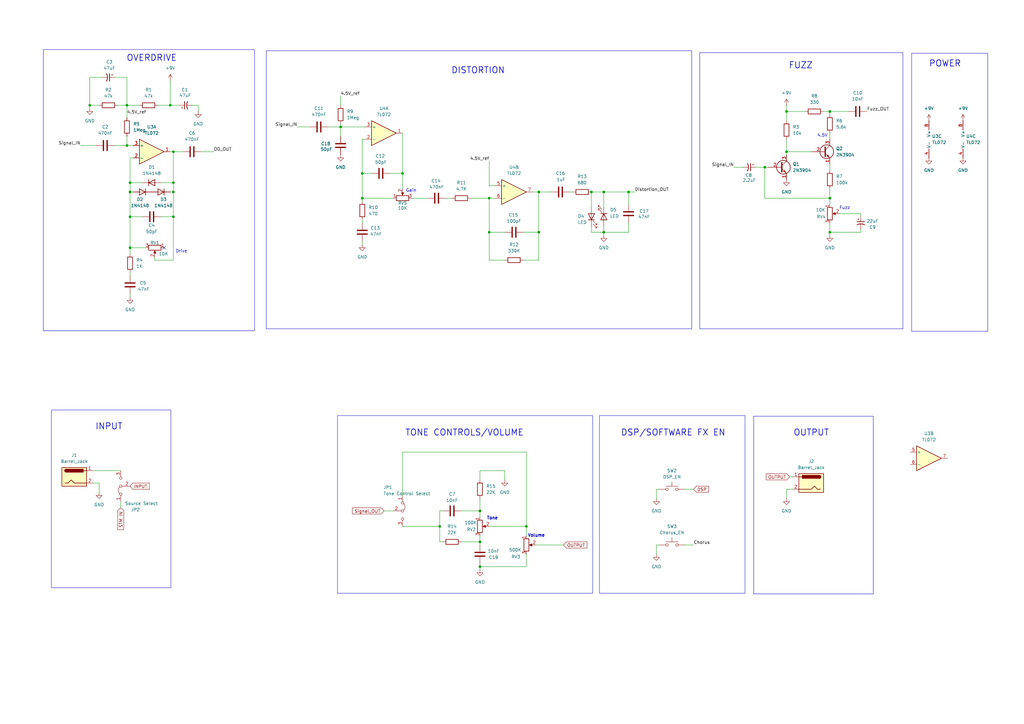
<source format=kicad_sch>
(kicad_sch (version 20231120) (generator "eeschema") (generator_version "8.0")
  (paper "A3")
  (lib_symbols
    (symbol "Amplifier_Operational:TL072" (pin_names (offset 0.127))
      (property "Reference" "U" (at 0 5.08 0))
      (property "Value" "TL072" (at 0 -5.08 0))
      (symbol "TL072_1_1"
        (polyline (pts (xy -5.08 5.08) (xy 5.08 0) (xy -5.08 -5.08) (xy -5.08 5.08)) (stroke (width 0.254)) (fill (type background)))
        (pin output line (at 7.62 0 180) (length 2.54) (name "~") (number "1"))
        (pin input line (at -7.62 -2.54 0) (length 2.54) (name "-") (number "2"))
        (pin input line (at -7.62 2.54 0) (length 2.54) (name "+") (number "3"))
      )
      (symbol "TL072_2_1"
        (polyline (pts (xy -5.08 5.08) (xy 5.08 0) (xy -5.08 -5.08) (xy -5.08 5.08)) (stroke (width 0.254)) (fill (type background)))
        (pin input line (at -7.62 2.54 0) (length 2.54) (name "+") (number "5"))
        (pin input line (at -7.62 -2.54 0) (length 2.54) (name "-") (number "6"))
        (pin output line (at 7.62 0 180) (length 2.54) (name "~") (number "7"))
      )
      (symbol "TL072_3_1"
        (pin power_in line (at -2.54 -7.62 90) (length 3.81) (name "V-") (number "4"))
        (pin power_in line (at -2.54 7.62 270) (length 3.81) (name "V+") (number "8"))
      )
    )
    (symbol "Connector:Barrel_Jack" (pin_names (offset 1.016))
      (property "Reference" "J" (at 0 5.334 0))
      (property "Value" "Barrel_Jack" (at 0 -5.08 0))
      (symbol "Barrel_Jack_0_1"
        (rectangle (start -5.08 3.81) (end 5.08 -3.81) (stroke (width 0.254)) (fill (type background)))
        (arc (start -3.302 3.175) (mid -3.9343 2.54) (end -3.302 1.905) (stroke (width 0.254)))
        (arc (start -3.302 3.175) (mid -3.9343 2.54) (end -3.302 1.905) (stroke (width 0.254)) (fill (type outline)))
        (polyline (pts (xy 5.08 2.54) (xy 3.81 2.54)) (stroke (width 0.254)))
        (polyline (pts (xy -3.81 -2.54) (xy -2.54 -2.54) (xy -1.27 -1.27) (xy 0 -2.54) (xy 2.54 -2.54) (xy 5.08 -2.54)) (stroke (width 0.254)))
        (rectangle (start 3.683 3.175) (end -3.302 1.905) (stroke (width 0.254)) (fill (type outline)))
      )
      (symbol "Barrel_Jack_1_1"
        (pin passive line (at 7.62 2.54 180) (length 2.54) (name "~") (number "1"))
        (pin passive line (at 7.62 -2.54 180) (length 2.54) (name "~") (number "2"))
      )
    )
    (symbol "Device:C" (pin_numbers hide) (pin_names (offset 0.254))
      (property "Reference" "C" (at 0.635 2.54 0))
      (property "Value" "C" (at 0.635 -2.54 0))
      (symbol "C_0_1"
        (polyline (pts (xy -2.032 -0.762) (xy 2.032 -0.762)) (stroke (width 0.508)))
        (polyline (pts (xy -2.032 0.762) (xy 2.032 0.762)) (stroke (width 0.508)))
      )
      (symbol "C_1_1"
        (pin passive line (at 0 3.81 270) (length 2.794) (name "~") (number "1"))
        (pin passive line (at 0 -3.81 90) (length 2.794) (name "~") (number "2"))
      )
    )
    (symbol "Device:C_Polarized_Small_US" (pin_numbers hide) (pin_names (offset 0.254) hide)
      (property "Reference" "C" (at 0.254 1.778 0))
      (property "Value" "C_Polarized_Small_US" (at 0.254 -2.032 0))
      (symbol "C_Polarized_Small_US_0_1"
        (polyline (pts (xy -1.524 0.508) (xy 1.524 0.508)) (stroke (width 0.3048)))
        (polyline (pts (xy -1.27 1.524) (xy -0.762 1.524)))
        (polyline (pts (xy -1.016 1.27) (xy -1.016 1.778)))
        (arc (start 1.524 -0.762) (mid 0 -0.3734) (end -1.524 -0.762) (stroke (width 0.3048)))
      )
      (symbol "C_Polarized_Small_US_1_1"
        (pin passive line (at 0 2.54 270) (length 2.032) (name "~") (number "1"))
        (pin passive line (at 0 -2.54 90) (length 2.032) (name "~") (number "2"))
      )
    )
    (symbol "Device:LED" (pin_numbers hide) (pin_names (offset 1.016) hide)
      (property "Reference" "D" (at 0 2.54 0))
      (property "Value" "LED" (at 0 -2.54 0))
      (symbol "LED_0_1"
        (polyline (pts (xy -1.27 -1.27) (xy -1.27 1.27)) (stroke (width 0.254)))
        (polyline (pts (xy -1.27 0) (xy 1.27 0)))
        (polyline (pts (xy 1.27 -1.27) (xy 1.27 1.27) (xy -1.27 0) (xy 1.27 -1.27)) (stroke (width 0.254)))
        (polyline (pts (xy -3.048 -0.762) (xy -4.572 -2.286) (xy -3.81 -2.286) (xy -4.572 -2.286) (xy -4.572 -1.524)))
        (polyline (pts (xy -1.778 -0.762) (xy -3.302 -2.286) (xy -2.54 -2.286) (xy -3.302 -2.286) (xy -3.302 -1.524)))
      )
      (symbol "LED_1_1"
        (pin passive line (at -3.81 0 0) (length 2.54) (name "K") (number "1"))
        (pin passive line (at 3.81 0 180) (length 2.54) (name "A") (number "2"))
      )
    )
    (symbol "Device:R" (pin_numbers hide) (pin_names (offset 0))
      (property "Reference" "R" (at 2.032 0 90))
      (property "Value" "R" (at 0 0 90))
      (symbol "R_0_1"
        (rectangle (start -1.016 -2.54) (end 1.016 2.54) (stroke (width 0.254)))
      )
      (symbol "R_1_1"
        (pin passive line (at 0 3.81 270) (length 1.27) (name "~") (number "1"))
        (pin passive line (at 0 -3.81 90) (length 1.27) (name "~") (number "2"))
      )
    )
    (symbol "Device:R_Potentiometer" (pin_names (offset 1.016) hide)
      (property "Reference" "RV" (at -4.445 0 90))
      (property "Value" "R_Potentiometer" (at -2.54 0 90))
      (symbol "R_Potentiometer_0_1"
        (polyline (pts (xy 2.54 0) (xy 1.524 0)))
        (polyline (pts (xy 1.143 0) (xy 2.286 0.508) (xy 2.286 -0.508) (xy 1.143 0)) (fill (type outline)))
        (rectangle (start 1.016 2.54) (end -1.016 -2.54) (stroke (width 0.254)))
      )
      (symbol "R_Potentiometer_1_1"
        (pin passive line (at 0 3.81 270) (length 1.27) (name "1") (number "1"))
        (pin passive line (at 3.81 0 180) (length 1.27) (name "2") (number "2"))
        (pin passive line (at 0 -3.81 90) (length 1.27) (name "3") (number "3"))
      )
    )
    (symbol "Diode:1N4148" (pin_numbers hide) (pin_names hide)
      (property "Reference" "D" (at 0 2.54 0))
      (property "Value" "1N4148" (at 0 -2.54 0))
      (symbol "1N4148_0_1"
        (polyline (pts (xy -1.27 1.27) (xy -1.27 -1.27)) (stroke (width 0.254)))
        (polyline (pts (xy 1.27 0) (xy -1.27 0)))
        (polyline (pts (xy 1.27 1.27) (xy 1.27 -1.27) (xy -1.27 0) (xy 1.27 1.27)) (stroke (width 0.254)))
      )
      (symbol "1N4148_1_1"
        (pin passive line (at -3.81 0 0) (length 2.54) (name "K") (number "1"))
        (pin passive line (at 3.81 0 180) (length 2.54) (name "A") (number "2"))
      )
    )
    (symbol "Jumper:Jumper_3_Bridged12" (pin_names (offset 0) hide) (exclude_from_sim yes) (in_bom no)
      (property "Reference" "JP" (at -2.54 -2.54 0))
      (property "Value" "Jumper_3_Bridged12" (at 0 2.794 0))
      (symbol "Jumper_3_Bridged12_0_0"
        (circle (center -3.302 0) (radius 0.508))
        (circle (center 0 0) (radius 0.508))
        (circle (center 3.302 0) (radius 0.508))
      )
      (symbol "Jumper_3_Bridged12_0_1"
        (arc (start -0.254 0.508) (mid -1.651 0.9912) (end -3.048 0.508))
        (polyline (pts (xy 0 -1.27) (xy 0 -0.508)))
      )
      (symbol "Jumper_3_Bridged12_1_1"
        (pin passive line (at -6.35 0 0) (length 2.54) (name "A") (number "1"))
        (pin passive line (at 0 -3.81 90) (length 2.54) (name "C") (number "2"))
        (pin passive line (at 6.35 0 180) (length 2.54) (name "B") (number "3"))
      )
    )
    (symbol "Switch:SW_Push" (pin_numbers hide) (pin_names (offset 1.016) hide)
      (property "Reference" "SW" (at 1.27 2.54 0))
      (property "Value" "SW_Push" (at 0 -1.524 0))
      (symbol "SW_Push_0_1"
        (circle (center -2.032 0) (radius 0.508))
        (polyline (pts (xy 0 1.27) (xy 0 3.048)))
        (polyline (pts (xy 2.54 1.27) (xy -2.54 1.27)))
        (circle (center 2.032 0) (radius 0.508))
        (pin passive line (at -5.08 0 0) (length 2.54) (name "1") (number "1"))
        (pin passive line (at 5.08 0 180) (length 2.54) (name "2") (number "2"))
      )
    )
    (symbol "Transistor_BJT:2N3904" (pin_names (offset 0) hide)
      (property "Reference" "Q" (at 5.08 1.905 0))
      (property "Value" "2N3904" (at 5.08 0 0))
      (symbol "2N3904_0_1"
        (polyline (pts (xy 0.635 0.635) (xy 2.54 2.54)))
        (polyline (pts (xy 0.635 -0.635) (xy 2.54 -2.54) (xy 2.54 -2.54)))
        (polyline (pts (xy 0.635 1.905) (xy 0.635 -1.905) (xy 0.635 -1.905)) (stroke (width 0.508)))
        (polyline (pts (xy 1.27 -1.778) (xy 1.778 -1.27) (xy 2.286 -2.286) (xy 1.27 -1.778) (xy 1.27 -1.778)) (fill (type outline)))
        (circle (center 1.27 0) (radius 2.8194) (stroke (width 0.254)))
      )
      (symbol "2N3904_1_1"
        (pin passive line (at 2.54 -5.08 90) (length 2.54) (name "E") (number "1"))
        (pin passive line (at -5.08 0 0) (length 5.715) (name "B") (number "2"))
        (pin passive line (at 2.54 5.08 270) (length 2.54) (name "C") (number "3"))
      )
    )
    (symbol "power:+9V" (power) (pin_numbers hide) (pin_names (offset 0) hide)
      (property "Value" "+9V" (at 0 3.556 0))
      (symbol "+9V_0_1"
        (polyline (pts (xy -0.762 1.27) (xy 0 2.54)))
        (polyline (pts (xy 0 0) (xy 0 2.54)))
        (polyline (pts (xy 0 2.54) (xy 0.762 1.27)))
      )
      (symbol "+9V_1_1"
        (pin power_in line (at 0 0 90) (length 0) (name "~") (number "1"))
      )
    )
    (symbol "power:GND" (power) (pin_numbers hide) (pin_names (offset 0) hide)
      (property "Value" "GND" (at 0 -3.81 0))
      (symbol "GND_0_1"
        (polyline (pts (xy 0 0) (xy 0 -1.27) (xy 1.27 -1.27) (xy 0 -2.54) (xy -1.27 -1.27) (xy 0 -1.27)))
      )
      (symbol "GND_1_1"
        (pin power_in line (at 0 0 270) (length 0) (name "~") (number "1"))
      )
    )
  )
  (junction (at 313.69 68.58))
  (junction (at 340.36 81.28))
  (junction (at 322.58 62.23))
  (junction (at 148.59 81.28))
  (junction (at 71.12 62.23))
  (junction (at 257.81 78.74))
  (junction (at 196.85 232.41))
  (junction (at 52.07 43.18))
  (junction (at 196.85 222.25))
  (junction (at 53.34 88.9))
  (junction (at 53.34 78.74))
  (junction (at 148.59 71.12))
  (junction (at 196.85 209.55))
  (junction (at 71.12 88.9))
  (junction (at 53.34 101.6))
  (junction (at 340.36 45.72))
  (junction (at 52.07 59.69))
  (junction (at 200.66 95.25))
  (junction (at 200.66 81.28))
  (junction (at 220.98 78.74))
  (junction (at 139.7 52.07))
  (junction (at 340.36 95.25))
  (junction (at 71.12 78.74))
  (junction (at 69.85 43.18))
  (junction (at 180.34 215.9))
  (junction (at 71.12 74.93))
  (junction (at 220.98 95.25))
  (junction (at 247.65 78.74))
  (junction (at 165.1 71.12))
  (junction (at 53.34 74.93))
  (junction (at 215.9 215.9))
  (junction (at 242.57 78.74))
  (junction (at 36.83 43.18))
  (junction (at 322.58 45.72))
  (junction (at 247.65 95.25))
  (no_connect (at 67.31 101.6))
  (wire (pts (xy 59.69 101.6) (xy 53.34 101.6)))
  (wire (pts (xy 196.85 204.47) (xy 196.85 209.55)))
  (wire (pts (xy 180.34 209.55) (xy 180.34 215.9)))
  (wire (pts (xy 242.57 95.25) (xy 242.57 92.71)))
  (wire (pts (xy 165.1 54.61) (xy 165.1 71.12)))
  (wire (pts (xy 189.23 209.55) (xy 196.85 209.55)))
  (wire (pts (xy 214.63 106.68) (xy 220.98 106.68)))
  (wire (pts (xy 247.65 95.25) (xy 247.65 96.52)))
  (wire (pts (xy 52.07 31.75) (xy 46.99 31.75)))
  (wire (pts (xy 196.85 233.68) (xy 196.85 232.41)))
  (wire (pts (xy 165.1 185.42) (xy 165.1 203.2)))
  (wire (pts (xy 52.07 43.18) (xy 57.15 43.18)))
  (wire (pts (xy 71.12 74.93) (xy 71.12 62.23)))
  (wire (pts (xy 340.36 96.52) (xy 340.36 95.25)))
  (wire (pts (xy 218.44 78.74) (xy 220.98 78.74)))
  (wire (pts (xy 269.24 200.66) (xy 270.51 200.66)))
  (wire (pts (xy 52.07 43.18) (xy 52.07 31.75)))
  (wire (pts (xy 332.74 62.23) (xy 322.58 62.23)))
  (wire (pts (xy 63.5 106.68) (xy 71.12 106.68)))
  (wire (pts (xy 148.59 81.28) (xy 148.59 71.12)))
  (wire (pts (xy 220.98 106.68) (xy 220.98 95.25)))
  (wire (pts (xy 165.1 77.47) (xy 165.1 71.12)))
  (wire (pts (xy 63.5 105.41) (xy 63.5 106.68)))
  (wire (pts (xy 52.07 43.18) (xy 52.07 48.26)))
  (wire (pts (xy 220.98 95.25) (xy 214.63 95.25)))
  (wire (pts (xy 168.91 81.28) (xy 175.26 81.28)))
  (wire (pts (xy 53.34 88.9) (xy 53.34 101.6)))
  (wire (pts (xy 196.85 219.71) (xy 196.85 222.25)))
  (wire (pts (xy 200.66 106.68) (xy 200.66 95.25)))
  (wire (pts (xy 340.36 45.72) (xy 340.36 46.99)))
  (wire (pts (xy 322.58 45.72) (xy 330.2 45.72)))
  (wire (pts (xy 36.83 44.45) (xy 36.83 43.18)))
  (wire (pts (xy 322.58 57.15) (xy 322.58 62.23)))
  (wire (pts (xy 234.95 78.74) (xy 233.68 78.74)))
  (wire (pts (xy 49.53 208.28) (xy 49.53 205.74)))
  (wire (pts (xy 247.65 95.25) (xy 247.65 92.71)))
  (wire (pts (xy 207.01 193.04) (xy 196.85 193.04)))
  (wire (pts (xy 52.07 59.69) (xy 54.61 59.69)))
  (wire (pts (xy 71.12 78.74) (xy 71.12 88.9)))
  (wire (pts (xy 64.77 43.18) (xy 69.85 43.18)))
  (wire (pts (xy 257.81 78.74) (xy 260.35 78.74)))
  (wire (pts (xy 139.7 43.18) (xy 139.7 39.37)))
  (wire (pts (xy 78.74 43.18) (xy 81.28 43.18)))
  (wire (pts (xy 148.59 91.44) (xy 148.59 90.17)))
  (wire (pts (xy 215.9 227.33) (xy 215.9 232.41)))
  (wire (pts (xy 207.01 106.68) (xy 200.66 106.68)))
  (wire (pts (xy 200.66 95.25) (xy 200.66 81.28)))
  (wire (pts (xy 139.7 52.07) (xy 149.86 52.07)))
  (wire (pts (xy 148.59 57.15) (xy 148.59 71.12)))
  (wire (pts (xy 165.1 215.9) (xy 180.34 215.9)))
  (wire (pts (xy 33.02 59.69) (xy 39.37 59.69)))
  (wire (pts (xy 71.12 88.9) (xy 71.12 106.68)))
  (wire (pts (xy 74.93 62.23) (xy 71.12 62.23)))
  (wire (pts (xy 41.91 31.75) (xy 36.83 31.75)))
  (wire (pts (xy 58.42 88.9) (xy 53.34 88.9)))
  (wire (pts (xy 322.58 200.66) (xy 325.12 200.66)))
  (wire (pts (xy 53.34 78.74) (xy 53.34 88.9)))
  (wire (pts (xy 121.92 52.07) (xy 127 52.07)))
  (wire (pts (xy 207.01 193.04) (xy 207.01 196.85)))
  (wire (pts (xy 322.58 204.47) (xy 322.58 200.66)))
  (wire (pts (xy 139.7 55.88) (xy 139.7 52.07)))
  (wire (pts (xy 82.55 62.23) (xy 87.63 62.23)))
  (wire (pts (xy 36.83 31.75) (xy 36.83 43.18)))
  (wire (pts (xy 247.65 78.74) (xy 242.57 78.74)))
  (wire (pts (xy 257.81 91.44) (xy 257.81 95.25)))
  (wire (pts (xy 257.81 78.74) (xy 247.65 78.74)))
  (wire (pts (xy 313.69 81.28) (xy 313.69 68.58)))
  (wire (pts (xy 269.24 227.33) (xy 269.24 223.52)))
  (wire (pts (xy 200.66 81.28) (xy 193.04 81.28)))
  (wire (pts (xy 231.14 223.52) (xy 219.71 223.52)))
  (wire (pts (xy 148.59 100.33) (xy 148.59 99.06)))
  (wire (pts (xy 52.07 55.88) (xy 52.07 59.69)))
  (wire (pts (xy 269.24 223.52) (xy 270.51 223.52)))
  (wire (pts (xy 81.28 43.18) (xy 81.28 45.72)))
  (wire (pts (xy 53.34 64.77) (xy 54.61 64.77)))
  (wire (pts (xy 257.81 78.74) (xy 257.81 83.82)))
  (wire (pts (xy 148.59 82.55) (xy 148.59 81.28)))
  (wire (pts (xy 344.17 87.63) (xy 353.06 87.63)))
  (wire (pts (xy 48.26 43.18) (xy 52.07 43.18)))
  (wire (pts (xy 54.61 78.74) (xy 53.34 78.74)))
  (wire (pts (xy 200.66 76.2) (xy 203.2 76.2)))
  (wire (pts (xy 180.34 222.25) (xy 181.61 222.25)))
  (wire (pts (xy 215.9 215.9) (xy 215.9 219.71)))
  (wire (pts (xy 322.58 45.72) (xy 322.58 49.53)))
  (wire (pts (xy 66.04 74.93) (xy 71.12 74.93)))
  (wire (pts (xy 207.01 95.25) (xy 200.66 95.25)))
  (wire (pts (xy 247.65 85.09) (xy 247.65 78.74)))
  (wire (pts (xy 215.9 232.41) (xy 196.85 232.41)))
  (wire (pts (xy 340.36 54.61) (xy 340.36 57.15)))
  (wire (pts (xy 309.88 68.58) (xy 313.69 68.58)))
  (wire (pts (xy 165.1 185.42) (xy 215.9 185.42)))
  (wire (pts (xy 347.98 45.72) (xy 340.36 45.72)))
  (wire (pts (xy 269.24 204.47) (xy 269.24 200.66)))
  (wire (pts (xy 284.48 223.52) (xy 280.67 223.52)))
  (wire (pts (xy 36.83 43.18) (xy 40.64 43.18)))
  (wire (pts (xy 196.85 232.41) (xy 196.85 231.14)))
  (wire (pts (xy 200.66 66.04) (xy 200.66 76.2)))
  (wire (pts (xy 180.34 209.55) (xy 181.61 209.55)))
  (wire (pts (xy 340.36 45.72) (xy 337.82 45.72)))
  (wire (pts (xy 165.1 71.12) (xy 160.02 71.12)))
  (wire (pts (xy 180.34 215.9) (xy 180.34 222.25)))
  (wire (pts (xy 134.62 52.07) (xy 139.7 52.07)))
  (wire (pts (xy 53.34 74.93) (xy 58.42 74.93)))
  (wire (pts (xy 53.34 121.92) (xy 53.34 120.65)))
  (wire (pts (xy 73.66 43.18) (xy 69.85 43.18)))
  (wire (pts (xy 203.2 81.28) (xy 200.66 81.28)))
  (wire (pts (xy 322.58 43.18) (xy 322.58 45.72)))
  (wire (pts (xy 226.06 78.74) (xy 220.98 78.74)))
  (wire (pts (xy 340.36 91.44) (xy 340.36 95.25)))
  (wire (pts (xy 353.06 93.98) (xy 353.06 95.25)))
  (wire (pts (xy 148.59 71.12) (xy 152.4 71.12)))
  (wire (pts (xy 353.06 87.63) (xy 353.06 88.9)))
  (wire (pts (xy 182.88 81.28) (xy 185.42 81.28)))
  (wire (pts (xy 215.9 185.42) (xy 215.9 215.9)))
  (wire (pts (xy 53.34 64.77) (xy 53.34 74.93)))
  (wire (pts (xy 46.99 59.69) (xy 52.07 59.69)))
  (wire (pts (xy 242.57 85.09) (xy 242.57 78.74)))
  (wire (pts (xy 220.98 78.74) (xy 220.98 95.25)))
  (wire (pts (xy 323.85 195.58) (xy 325.12 195.58)))
  (wire (pts (xy 157.48 209.55) (xy 161.29 209.55)))
  (wire (pts (xy 71.12 62.23) (xy 69.85 62.23)))
  (wire (pts (xy 196.85 193.04) (xy 196.85 196.85)))
  (wire (pts (xy 257.81 95.25) (xy 247.65 95.25)))
  (wire (pts (xy 53.34 74.93) (xy 53.34 78.74)))
  (wire (pts (xy 71.12 74.93) (xy 71.12 78.74)))
  (wire (pts (xy 189.23 222.25) (xy 196.85 222.25)))
  (wire (pts (xy 69.85 43.18) (xy 69.85 33.02)))
  (wire (pts (xy 148.59 57.15) (xy 149.86 57.15)))
  (wire (pts (xy 40.64 198.12) (xy 38.1 198.12)))
  (wire (pts (xy 40.64 201.93) (xy 40.64 198.12)))
  (wire (pts (xy 196.85 209.55) (xy 196.85 212.09)))
  (wire (pts (xy 340.36 81.28) (xy 340.36 77.47)))
  (wire (pts (xy 161.29 81.28) (xy 148.59 81.28)))
  (wire (pts (xy 242.57 95.25) (xy 247.65 95.25)))
  (wire (pts (xy 340.36 81.28) (xy 313.69 81.28)))
  (wire (pts (xy 200.66 215.9) (xy 215.9 215.9)))
  (wire (pts (xy 53.34 113.03) (xy 53.34 111.76)))
  (wire (pts (xy 340.36 69.85) (xy 340.36 67.31)))
  (wire (pts (xy 38.1 193.04) (xy 49.53 193.04)))
  (wire (pts (xy 353.06 95.25) (xy 340.36 95.25)))
  (wire (pts (xy 69.85 78.74) (xy 71.12 78.74)))
  (wire (pts (xy 139.7 52.07) (xy 139.7 50.8)))
  (wire (pts (xy 196.85 222.25) (xy 196.85 223.52)))
  (wire (pts (xy 340.36 83.82) (xy 340.36 81.28)))
  (wire (pts (xy 322.58 62.23) (xy 322.58 63.5)))
  (wire (pts (xy 313.69 68.58) (xy 314.96 68.58)))
  (wire (pts (xy 53.34 101.6) (xy 53.34 104.14)))
  (wire (pts (xy 300.99 68.58) (xy 304.8 68.58)))
  (wire (pts (xy 284.48 200.66) (xy 280.67 200.66)))
  (wire (pts (xy 66.04 88.9) (xy 71.12 88.9)))
  (rectangle (start 245.872 170.434) (end 305.562 243.332))
  (rectangle (start 109.22 20.828) (end 283.718 134.874))
  (rectangle (start 373.888 21.844) (end 405.13 135.89))
  (rectangle (start 21.082 168.148) (end 70.104 241.046))
  (rectangle (start 309.118 170.688) (end 358.14 243.586))
  (rectangle (start 17.78 20.32) (end 104.394 135.636))
  (rectangle (start 287.02 21.59) (end 370.332 134.874))
  (rectangle (start 138.43 170.434) (end 243.078 243.332))
  (text "TONE CONTROLS/VOLUME" (at 190.5 177.546 0) (effects (font (size 2.54 2.54) (thickness 0.254) (bold yes))))
  (text "Fuzz" (at 346.456 85.344 0) (effects (font (size 1.27 1.27))))
  (text "4.5V" (at 337.312 55.626 0) (effects (font (size 1.27 1.27))))
  (text "DISTORTION" (at 196.088 28.956 0) (effects (font (size 2.54 2.54) (thickness 0.254) (bold yes))))
  (text "OUTPUT" (at 332.74 177.546 0) (effects (font (size 2.54 2.54) (thickness 0.254) (bold yes))))
  (text "OVERDRIVE" (at 62.23 23.876 0) (effects (font (size 2.54 2.54) (thickness 0.254) (bold yes))))
  (text "Volume" (at 219.964 219.71 0) (effects (font (size 1.27 1.27) (thickness 0.254) (bold yes))))
  (text "POWER" (at 387.604 26.162 0) (effects (font (size 2.54 2.54) (thickness 0.254) (bold yes))))
  (text "INPUT" (at 44.704 175.006 0) (effects (font (size 2.54 2.54) (thickness 0.254) (bold yes))))
  (text "Tone" (at 201.93 212.598 0) (effects (font (size 1.27 1.27) (thickness 0.254) (bold yes))))
  (text "FUZZ" (at 328.422 26.924 0) (effects (font (size 2.54 2.54) (thickness 0.254) (bold yes))))
  (text "Gain" (at 168.656 78.232 0) (effects (font (size 1.27 1.27))))
  (text "DSP/SOFTWARE FX EN" (at 276.098 177.546 0) (effects (font (size 2.54 2.54) (thickness 0.254) (bold yes))))
  (text "Drive" (at 74.422 103.124 0) (effects (font (size 1.27 1.27))))
  (label "Fuzz_OUT" (at 355.6 45.72 0))
  (label "4.5V_ref" (at 200.66 66.04 180))
  (label "OD_OUT" (at 87.63 62.23 0))
  (label "Chorus" (at 284.48 223.52 0))
  (label "4.5V_ref" (at 52.07 46.99 0))
  (label "Signal_IN" (at 300.99 68.58 180))
  (label "Signal_IN" (at 33.02 59.69 180))
  (label "Signal_IN" (at 121.92 52.07 180))
  (label "Distortion_OUT" (at 260.35 78.74 0))
  (label "4.5V_ref" (at 139.7 39.37 0))
  (global_label "INPUT" (shape input) (at 53.34 199.39 0) (property "Intersheetrefs" "${INTERSHEET_REFS}" (effects (hide yes))))
  (global_label "OUTPUT" (shape input) (at 231.14 223.52 0) (property "Intersheetrefs" "${INTERSHEET_REFS}" (effects (hide yes))))
  (global_label "OUTPUT" (shape input) (at 323.85 195.58 180) (property "Intersheetrefs" "${INTERSHEET_REFS}" (effects (hide yes))))
  (global_label "STM IN" (shape input) (at 49.53 208.28 270) (property "Intersheetrefs" "${INTERSHEET_REFS}" (effects (hide yes))))
  (global_label "Signal_OUT" (shape input) (at 157.48 209.55 180) (property "Intersheetrefs" "${INTERSHEET_REFS}" (effects (hide yes))))
  (global_label "DSP" (shape input) (at 284.48 200.66 0) (property "Intersheetrefs" "${INTERSHEET_REFS}" (effects (hide yes))))
  (symbol (lib_id "Device:C_Polarized_Small_US") (at 307.34 68.58 270) (unit 1)
    (property "Reference" "C8" (at 307.086 71.882 90))
    (property "Value" "2.2uF" (at 307.34 73.914 90))
    (property "Footprint" "Capacitor_THT:CP_Radial_D8.0mm_P5.00mm" (effects (hide yes)))
    (property "Description" "Polarized capacitor, small US symbol" (effects (hide yes)))
  )
  (symbol (lib_id "Device:R") (at 340.36 73.66 180) (unit 1)
    (property "Reference" "R7" (at 342.9 72.3899 0) (effects (justify right)))
    (property "Value" "100k" (at 342.9 74.9299 0) (effects (justify right)))
    (property "Footprint" "Resistor_SMD:R_0805_2012Metric_Pad1.20x1.40mm_HandSolder" (effects (hide yes)))
    (property "Description" "Resistor" (effects (hide yes)))
  )
  (symbol (lib_id "Device:C") (at 210.82 95.25 270) (unit 1)
    (property "Reference" "C15" (at 210.566 88.138 90))
    (property "Value" "100pF" (at 210.82 90.678 90))
    (property "Footprint" "Capacitor_THT:C_Rect_L7.2mm_W3.0mm_P5.00mm_FKS2_FKP2_MKS2_MKP2" (effects (hide yes)))
    (property "Description" "Unpolarized capacitor" (effects (hide yes)))
  )
  (symbol (lib_id "Device:C") (at 148.59 95.25 0) (unit 1)
    (property "Reference" "C13" (at 153.924 93.472 0))
    (property "Value" "47nF" (at 154.178 96.012 0))
    (property "Footprint" "Capacitor_THT:C_Rect_L7.2mm_W3.0mm_P5.00mm_FKS2_FKP2_MKS2_MKP2" (effects (hide yes)))
    (property "Description" "Unpolarized capacitor" (effects (hide yes)))
  )
  (symbol (lib_id "Device:C") (at 156.21 71.12 270) (unit 1)
    (property "Reference" "C12" (at 155.956 64.008 90))
    (property "Value" "50pF" (at 156.21 66.548 90))
    (property "Footprint" "Capacitor_THT:C_Rect_L7.2mm_W3.0mm_P5.00mm_FKS2_FKP2_MKS2_MKP2" (effects (hide yes)))
    (property "Description" "Unpolarized capacitor" (effects (hide yes)))
  )
  (symbol (lib_id "Device:C") (at 43.18 59.69 90) (unit 1)
    (property "Reference" "C2" (at 43.18 52.07 90))
    (property "Value" "470nF" (at 43.18 54.61 90))
    (property "Footprint" "Capacitor_THT:C_Rect_L7.2mm_W3.0mm_P5.00mm_FKS2_FKP2_MKS2_MKP2" (effects (hide yes)))
    (property "Description" "Unpolarized capacitor" (effects (hide yes)))
  )
  (symbol (lib_id "power:GND") (at 53.34 121.92 0) (unit 1)
    (property "Reference" "#PWR06" (effects (hide yes)))
    (property "Value" "GND" (at 53.34 127 0))
    (property "Description" "Power symbol creates a global label with name \"GND\" , ground" (effects (hide yes)))
  )
  (symbol (lib_id "Switch:SW_Push") (at 275.59 200.66 0) (unit 1)
    (property "Reference" "SW2" (at 275.59 193.04 0))
    (property "Value" "DSP_EN" (at 275.59 195.58 0))
    (property "Description" "Push button switch, generic, two pins" (effects (hide yes)))
  )
  (symbol (lib_id "power:GND") (at 381 64.77 0) (unit 1)
    (property "Reference" "#PWR02" (effects (hide yes)))
    (property "Value" "GND" (at 381 69.85 0))
    (property "Description" "Power symbol creates a global label with name \"GND\" , ground" (effects (hide yes)))
  )
  (symbol (lib_id "power:GND") (at 40.64 201.93 0) (unit 1)
    (property "Reference" "#PWR07" (effects (hide yes)))
    (property "Value" "GND" (at 40.64 207.01 0))
    (property "Description" "Power symbol creates a global label with name \"GND\" , ground" (effects (hide yes)))
  )
  (symbol (lib_id "power:GND") (at 148.59 100.33 0) (unit 1)
    (property "Reference" "#PWR014" (effects (hide yes)))
    (property "Value" "GND" (at 148.59 105.41 0))
    (property "Description" "Power symbol creates a global label with name \"GND\" , ground" (effects (hide yes)))
  )
  (symbol (lib_id "Device:C") (at 229.87 78.74 270) (unit 1)
    (property "Reference" "C16" (at 229.87 71.12 90))
    (property "Value" "1uF" (at 230.124 73.66 90))
    (property "Footprint" "Capacitor_THT:C_Rect_L7.2mm_W3.0mm_P5.00mm_FKS2_FKP2_MKS2_MKP2" (effects (hide yes)))
    (property "Description" "Unpolarized capacitor" (effects (hide yes)))
  )
  (symbol (lib_id "power:GND") (at 36.83 44.45 0) (unit 1)
    (property "Reference" "#PWR04" (effects (hide yes)))
    (property "Value" "GND" (at 36.83 49.53 0))
    (property "Description" "Power symbol creates a global label with name \"GND\" , ground" (effects (hide yes)))
  )
  (symbol (lib_id "Device:R") (at 196.85 200.66 0) (unit 1)
    (property "Reference" "R15" (at 199.39 199.3899 0) (effects (justify left)))
    (property "Value" "22K" (at 199.39 201.9299 0) (effects (justify left)))
    (property "Footprint" "Resistor_SMD:R_0805_2012Metric_Pad1.20x1.40mm_HandSolder" (effects (hide yes)))
    (property "Description" "Resistor" (effects (hide yes)))
  )
  (symbol (lib_id "power:GND") (at 394.97 64.77 0) (unit 1)
    (property "Reference" "#PWR013" (effects (hide yes)))
    (property "Value" "GND" (at 394.97 69.85 0))
    (property "Description" "Power symbol creates a global label with name \"GND\" , ground" (effects (hide yes)))
  )
  (symbol (lib_id "Device:C") (at 196.85 227.33 180) (unit 1)
    (property "Reference" "C19" (at 202.438 228.6 0))
    (property "Value" "10nF" (at 202.438 226.06 0))
    (property "Footprint" "Capacitor_THT:C_Disc_D3.8mm_W2.6mm_P2.50mm" (effects (hide yes)))
    (property "Description" "Unpolarized capacitor" (effects (hide yes)))
  )
  (symbol (lib_id "Device:R") (at 334.01 45.72 270) (unit 1)
    (property "Reference" "R8" (at 334.01 39.37 90))
    (property "Value" "330" (at 334.01 41.91 90))
    (property "Footprint" "Resistor_SMD:R_0805_2012Metric_Pad1.20x1.40mm_HandSolder" (effects (hide yes)))
    (property "Description" "Resistor" (effects (hide yes)))
  )
  (symbol (lib_id "Device:R") (at 322.58 53.34 180) (unit 1)
    (property "Reference" "R3" (at 325.12 52.0699 0) (effects (justify right)))
    (property "Value" "10k" (at 325.12 54.6099 0) (effects (justify right)))
    (property "Footprint" "Resistor_SMD:R_0805_2012Metric_Pad1.20x1.40mm_HandSolder" (effects (hide yes)))
    (property "Description" "Resistor" (effects (hide yes)))
  )
  (symbol (lib_id "Device:R") (at 139.7 46.99 180) (unit 1)
    (property "Reference" "R9" (at 142.24 45.7199 0) (effects (justify right)))
    (property "Value" "1Meg" (at 142.24 48.2599 0) (effects (justify right)))
    (property "Footprint" "Resistor_SMD:R_0805_2012Metric_Pad1.20x1.40mm_HandSolder" (effects (hide yes)))
    (property "Description" "Resistor" (effects (hide yes)))
  )
  (symbol (lib_id "Transistor_BJT:2N3904") (at 337.82 62.23 0) (unit 1)
    (property "Reference" "Q2" (at 342.9 60.9599 0) (effects (justify left)))
    (property "Value" "2N3904" (at 342.9 63.4999 0) (effects (justify left)))
    (property "Footprint" "Package_TO_SOT_THT:TO-92_Inline" (effects (hide yes)))
    (property "Datasheet" "https://www.onsemi.com/pub/Collateral/2N3903-D.PDF" (effects (hide yes)))
    (property "Description" "0.2A Ic, 40V Vce, Small Signal NPN Transistor, TO-92" (effects (hide yes)))
  )
  (symbol (lib_id "Amplifier_Operational:TL072") (at 381 187.96 0) (unit 2)
    (property "Reference" "U3" (at 381 177.8 0))
    (property "Value" "TL072" (at 381 180.34 0))
    (property "Footprint" "Package_DIP:DIP-8_W7.62mm" (effects (hide yes)))
    (property "Datasheet" "http://www.ti.com/lit/ds/symlink/tl071.pdf" (effects (hide yes)))
    (property "Description" "Dual Low-Noise JFET-Input Operational Amplifiers, DIP-8/SOIC-8" (effects (hide yes)))
  )
  (symbol (lib_id "Device:C_Polarized_Small_US") (at 44.45 31.75 270) (unit 1)
    (property "Reference" "C3" (at 44.8818 25.4 90))
    (property "Value" "47uF" (at 44.8818 27.94 90))
    (property "Footprint" "Capacitor_THT:CP_Radial_D8.0mm_P5.00mm" (effects (hide yes)))
    (property "Description" "Polarized capacitor, small US symbol" (effects (hide yes)))
  )
  (symbol (lib_id "Transistor_BJT:2N3904") (at 320.04 68.58 0) (unit 1)
    (property "Reference" "Q1" (at 325.12 67.3099 0) (effects (justify left)))
    (property "Value" "2N3904" (at 325.12 69.8499 0) (effects (justify left)))
    (property "Footprint" "Package_TO_SOT_THT:TO-92_Inline" (effects (hide yes)))
    (property "Datasheet" "https://www.onsemi.com/pub/Collateral/2N3903-D.PDF" (effects (hide yes)))
    (property "Description" "0.2A Ic, 40V Vce, Small Signal NPN Transistor, TO-92" (effects (hide yes)))
  )
  (symbol (lib_id "Device:R_Potentiometer") (at 215.9 223.52 0) (unit 1)
    (property "Reference" "RV3" (at 211.582 228.346 0))
    (property "Value" "500K" (at 211.328 225.552 0))
    (property "Footprint" "Potentiometer_THT:Potentiometer_Piher_PT-15-V02_Vertical" (effects (hide yes)))
    (property "Description" "Potentiometer" (effects (hide yes)))
  )
  (symbol (lib_id "Amplifier_Operational:TL072") (at 157.48 54.61 0) (unit 1)
    (property "Reference" "U4" (at 157.48 44.45 0))
    (property "Value" "TL072" (at 157.48 46.99 0))
    (property "Datasheet" "http://www.ti.com/lit/ds/symlink/tl071.pdf" (effects (hide yes)))
    (property "Description" "Dual Low-Noise JFET-Input Operational Amplifiers, DIP-8/SOIC-8" (effects (hide yes)))
  )
  (symbol (lib_id "Device:R") (at 238.76 78.74 270) (unit 1)
    (property "Reference" "R13" (at 238.76 72.39 90))
    (property "Value" "680" (at 238.76 74.93 90))
    (property "Footprint" "Resistor_SMD:R_0805_2012Metric_Pad1.20x1.40mm_HandSolder" (effects (hide yes)))
    (property "Description" "Resistor" (effects (hide yes)))
  )
  (symbol (lib_id "Device:C") (at 257.81 87.63 0) (unit 1)
    (property "Reference" "C17" (at 264.16 86.614 0))
    (property "Value" "47nF" (at 264.16 88.9 0))
    (property "Footprint" "Capacitor_THT:C_Rect_L7.2mm_W3.0mm_P5.00mm_FKS2_FKP2_MKS2_MKP2" (effects (hide yes)))
    (property "Description" "Unpolarized capacitor" (effects (hide yes)))
  )
  (symbol (lib_id "Device:R") (at 148.59 86.36 180) (unit 1)
    (property "Reference" "R10" (at 151.13 85.0899 0) (effects (justify right)))
    (property "Value" "470" (at 151.13 87.6299 0) (effects (justify right)))
    (property "Footprint" "Resistor_SMD:R_0805_2012Metric_Pad1.20x1.40mm_HandSolder" (effects (hide yes)))
    (property "Description" "Resistor" (effects (hide yes)))
  )
  (symbol (lib_id "power:GND") (at 322.58 204.47 0) (mirror y) (unit 1)
    (property "Reference" "#PWR020" (effects (hide yes)))
    (property "Value" "GND" (at 322.58 209.55 0))
    (property "Description" "Power symbol creates a global label with name \"GND\" , ground" (effects (hide yes)))
  )
  (symbol (lib_id "power:+9V") (at 381 49.53 0) (unit 1)
    (property "Reference" "#PWR01" (effects (hide yes)))
    (property "Value" "+9V" (at 381 44.45 0))
    (property "Description" "Power symbol creates a global label with name \"+9V\"" (effects (hide yes)))
  )
  (symbol (lib_id "Amplifier_Operational:TL072") (at 383.54 57.15 0) (unit 3)
    (property "Reference" "U3" (at 382.27 55.8799 0) (effects (justify left)))
    (property "Value" "TL072" (at 382.27 58.4199 0) (effects (justify left)))
    (property "Footprint" "Package_DIP:DIP-8_W7.62mm" (effects (hide yes)))
    (property "Datasheet" "http://www.ti.com/lit/ds/symlink/tl071.pdf" (effects (hide yes)))
    (property "Description" "Dual Low-Noise JFET-Input Operational Amplifiers, DIP-8/SOIC-8" (effects (hide yes)))
  )
  (symbol (lib_id "Connector:Barrel_Jack") (at 332.74 198.12 0) (mirror y) (unit 1)
    (property "Reference" "J2" (at 332.74 189.23 0))
    (property "Value" "Barrel_Jack" (at 332.74 191.77 0))
    (property "Footprint" "Connector_BarrelJack:BarrelJack_SwitchcraftConxall_RAPC10U_Horizontal" (effects (hide yes)))
    (property "Description" "DC Barrel Jack" (effects (hide yes)))
  )
  (symbol (lib_id "Device:R") (at 189.23 81.28 270) (unit 1)
    (property "Reference" "R11" (at 189.23 74.93 90))
    (property "Value" "4.7K" (at 189.23 77.47 90))
    (property "Footprint" "Resistor_SMD:R_0805_2012Metric_Pad1.20x1.40mm_HandSolder" (effects (hide yes)))
    (property "Description" "Resistor" (effects (hide yes)))
  )
  (symbol (lib_id "Device:R") (at 60.96 43.18 90) (unit 1)
    (property "Reference" "R1" (at 60.96 36.83 90))
    (property "Value" "47k" (at 60.96 39.37 90))
    (property "Footprint" "Resistor_SMD:R_0805_2012Metric_Pad1.20x1.40mm_HandSolder" (effects (hide yes)))
    (property "Description" "Resistor" (effects (hide yes)))
  )
  (symbol (lib_id "Amplifier_Operational:TL072") (at 210.82 78.74 0) (unit 2)
    (property "Reference" "U4" (at 210.82 68.58 0))
    (property "Value" "TL072" (at 210.82 71.12 0))
    (property "Datasheet" "http://www.ti.com/lit/ds/symlink/tl071.pdf" (effects (hide yes)))
    (property "Description" "Dual Low-Noise JFET-Input Operational Amplifiers, DIP-8/SOIC-8" (effects (hide yes)))
  )
  (symbol (lib_id "Diode:1N4148") (at 66.04 78.74 180) (unit 1)
    (property "Reference" "D3" (at 67.056 81.788 0))
    (property "Value" "1N4148" (at 67.056 84.328 0))
    (property "Footprint" "Diode_THT:D_DO-35_SOD27_P7.62mm_Horizontal" (effects (hide yes)))
    (property "Datasheet" "https://assets.nexperia.com/documents/data-sheet/1N4148_1N4448.pdf" (effects (hide yes)))
    (property "Description" "100V 0.15A standard switching diode, DO-35" (effects (hide yes)))
    (property "Sim.Device" "D" (effects (hide yes)))
    (property "Sim.Pins" "1=K 2=A" (effects (hide yes)))
  )
  (symbol (lib_id "Amplifier_Operational:TL072") (at 397.51 57.15 0) (unit 3)
    (property "Reference" "U4" (at 396.24 55.8799 0) (effects (justify left)))
    (property "Value" "TL072" (at 396.24 58.4199 0) (effects (justify left)))
    (property "Datasheet" "http://www.ti.com/lit/ds/symlink/tl071.pdf" (effects (hide yes)))
    (property "Description" "Dual Low-Noise JFET-Input Operational Amplifiers, DIP-8/SOIC-8" (effects (hide yes)))
  )
  (symbol (lib_id "Device:C") (at 62.23 88.9 90) (unit 1)
    (property "Reference" "C4" (at 62.23 92.456 90))
    (property "Value" "50pF" (at 62.23 94.996 90))
    (property "Footprint" "Capacitor_THT:C_Radial_D5.0mm_H7.0mm_P2.00mm" (effects (hide yes)))
    (property "Description" "Unpolarized capacitor" (effects (hide yes)))
  )
  (symbol (lib_id "power:GND") (at 269.24 204.47 0) (unit 1)
    (property "Reference" "#PWR018" (effects (hide yes)))
    (property "Value" "GND" (at 269.24 209.55 0))
    (property "Description" "Power symbol creates a global label with name \"GND\" , ground" (effects (hide yes)))
  )
  (symbol (lib_id "power:GND") (at 207.01 196.85 0) (unit 1)
    (property "Reference" "#PWR017" (effects (hide yes)))
    (property "Value" "GND" (at 207.01 201.93 0))
    (property "Description" "Power symbol creates a global label with name \"GND\" , ground" (effects (hide yes)))
  )
  (symbol (lib_id "power:GND") (at 269.24 227.33 0) (unit 1)
    (property "Reference" "#PWR019" (effects (hide yes)))
    (property "Value" "GND" (at 269.24 232.41 0))
    (property "Description" "Power symbol creates a global label with name \"GND\" , ground" (effects (hide yes)))
  )
  (symbol (lib_id "Diode:1N4148") (at 62.23 74.93 0) (unit 1)
    (property "Reference" "D1" (at 62.23 68.58 0))
    (property "Value" "1N4148" (at 62.23 71.12 0))
    (property "Footprint" "Diode_THT:D_DO-35_SOD27_P7.62mm_Horizontal" (effects (hide yes)))
    (property "Datasheet" "https://assets.nexperia.com/documents/data-sheet/1N4148_1N4448.pdf" (effects (hide yes)))
    (property "Description" "100V 0.15A standard switching diode, DO-35" (effects (hide yes)))
    (property "Sim.Device" "D" (effects (hide yes)))
    (property "Sim.Pins" "1=K 2=A" (effects (hide yes)))
  )
  (symbol (lib_id "power:+9V") (at 322.58 43.18 0) (unit 1)
    (property "Reference" "#PWR09" (effects (hide yes)))
    (property "Value" "+9V" (at 322.58 38.1 0))
    (property "Description" "Power symbol creates a global label with name \"+9V\"" (effects (hide yes)))
  )
  (symbol (lib_id "Jumper:Jumper_3_Bridged12") (at 165.1 209.55 270) (unit 1) (exclude_from_sim yes) (in_bom no)
    (property "Reference" "JP1" (at 157.226 199.898 90) (effects (justify left)))
    (property "Value" "Tone Control Select" (at 157.226 202.438 90) (effects (justify left)))
    (property "Description" "Jumper, 3-pole, pins 1+2 closed/bridged" (effects (hide yes)))
  )
  (symbol (lib_id "power:+9V") (at 69.85 33.02 0) (unit 1)
    (property "Reference" "#PWR03" (effects (hide yes)))
    (property "Value" "+9V" (at 69.85 27.94 0))
    (property "Description" "Power symbol creates a global label with name \"+9V\"" (effects (hide yes)))
  )
  (symbol (lib_id "Jumper:Jumper_3_Bridged12") (at 49.53 199.39 90) (unit 1) (exclude_from_sim yes) (in_bom no)
    (property "Reference" "JP2" (at 57.404 209.042 90) (effects (justify left)))
    (property "Value" "Source Select" (at 64.77 206.502 90) (effects (justify left)))
    (property "Description" "Jumper, 3-pole, pins 1+2 closed/bridged" (effects (hide yes)))
  )
  (symbol (lib_id "Device:R_Potentiometer") (at 165.1 81.28 90) (unit 1)
    (property "Reference" "RV5" (at 165.1 83.312 90))
    (property "Value" "10K" (at 165.1 85.344 90))
    (property "Footprint" "Potentiometer_THT:Potentiometer_Piher_PT-15-V02_Vertical" (effects (hide yes)))
    (property "Description" "Potentiometer" (effects (hide yes)))
  )
  (symbol (lib_id "power:GND") (at 322.58 73.66 0) (unit 1)
    (property "Reference" "#PWR011" (effects (hide yes)))
    (property "Value" "GND" (at 322.58 78.74 0))
    (property "Description" "Power symbol creates a global label with name \"GND\" , ground" (effects (hide yes)))
  )
  (symbol (lib_id "Diode:1N4148") (at 58.42 78.74 180) (unit 1)
    (property "Reference" "D2" (at 57.404 81.788 0))
    (property "Value" "1N4148" (at 57.404 84.328 0))
    (property "Footprint" "Diode_THT:D_DO-35_SOD27_P7.62mm_Horizontal" (effects (hide yes)))
    (property "Datasheet" "https://assets.nexperia.com/documents/data-sheet/1N4148_1N4448.pdf" (effects (hide yes)))
    (property "Description" "100V 0.15A standard switching diode, DO-35" (effects (hide yes)))
    (property "Sim.Device" "D" (effects (hide yes)))
    (property "Sim.Pins" "1=K 2=A" (effects (hide yes)))
  )
  (symbol (lib_id "Device:R_Potentiometer") (at 340.36 87.63 0) (unit 1)
    (property "Reference" "RV4" (at 336.804 88.9 0))
    (property "Value" "10K" (at 336.55 86.106 0))
    (property "Footprint" "Potentiometer_THT:Potentiometer_Piher_PT-15-V02_Vertical" (effects (hide yes)))
    (property "Description" "Potentiometer" (effects (hide yes)))
  )
  (symbol (lib_id "power:GND") (at 139.7 63.5 0) (unit 1)
    (property "Reference" "#PWR016" (effects (hide yes)))
    (property "Value" "GND" (at 139.7 68.58 0))
    (property "Description" "Power symbol creates a global label with name \"GND\" , ground" (effects (hide yes)))
  )
  (symbol (lib_id "Device:LED") (at 247.65 88.9 270) (unit 1)
    (property "Reference" "D5" (at 250.19 86.0424 90) (effects (justify left)))
    (property "Value" "LED" (at 250.19 88.5824 90) (effects (justify left)))
    (property "Description" "Light emitting diode" (effects (hide yes)))
  )
  (symbol (lib_id "power:GND") (at 247.65 96.52 0) (unit 1)
    (property "Reference" "#PWR015" (effects (hide yes)))
    (property "Value" "GND" (at 247.65 101.6 0))
    (property "Description" "Power symbol creates a global label with name \"GND\" , ground" (effects (hide yes)))
  )
  (symbol (lib_id "Device:LED") (at 242.57 88.9 90) (unit 1)
    (property "Reference" "D4" (at 236.982 88.646 90) (effects (justify right)))
    (property "Value" "LED" (at 236.982 91.186 90) (effects (justify right)))
    (property "Footprint" "LED_SMD:LED_1206_3216Metric_Pad1.42x1.75mm_HandSolder" (effects (hide yes)))
    (property "Description" "Light emitting diode" (effects (hide yes)))
  )
  (symbol (lib_id "Device:C") (at 139.7 59.69 0) (unit 1)
    (property "Reference" "C18" (at 133.604 58.928 0))
    (property "Value" "50pF" (at 133.858 61.214 0))
    (property "Footprint" "Capacitor_THT:C_Rect_L7.2mm_W3.0mm_P5.00mm_FKS2_FKP2_MKS2_MKP2" (effects (hide yes)))
    (property "Description" "Unpolarized capacitor" (effects (hide yes)))
  )
  (symbol (lib_id "Device:C") (at 53.34 116.84 180) (unit 1)
    (property "Reference" "C5" (at 58.674 116.078 0))
    (property "Value" "47nF" (at 58.928 118.618 0))
    (property "Footprint" "Capacitor_THT:C_Rect_L7.2mm_W3.0mm_P5.00mm_FKS2_FKP2_MKS2_MKP2" (effects (hide yes)))
    (property "Description" "Unpolarized capacitor" (effects (hide yes)))
  )
  (symbol (lib_id "Device:C") (at 130.81 52.07 90) (unit 1)
    (property "Reference" "C11" (at 130.81 44.45 90))
    (property "Value" "470nF" (at 130.81 46.99 90))
    (property "Footprint" "Capacitor_THT:C_Rect_L7.2mm_W3.0mm_P5.00mm_FKS2_FKP2_MKS2_MKP2" (effects (hide yes)))
    (property "Description" "Unpolarized capacitor" (effects (hide yes)))
  )
  (symbol (lib_id "Device:R") (at 52.07 52.07 180) (unit 1)
    (property "Reference" "R5" (at 54.61 50.7999 0) (effects (justify right)))
    (property "Value" "1Meg" (at 54.61 53.3399 0) (effects (justify right)))
    (property "Footprint" "Resistor_SMD:R_0805_2012Metric_Pad1.20x1.40mm_HandSolder" (effects (hide yes)))
    (property "Description" "Resistor" (effects (hide yes)))
  )
  (symbol (lib_id "Device:C") (at 78.74 62.23 90) (unit 1)
    (property "Reference" "C6" (at 78.74 54.61 90))
    (property "Value" "470nF" (at 78.74 57.15 90))
    (property "Footprint" "Capacitor_THT:C_Rect_L7.2mm_W3.0mm_P5.00mm_FKS2_FKP2_MKS2_MKP2" (effects (hide yes)))
    (property "Description" "Unpolarized capacitor" (effects (hide yes)))
  )
  (symbol (lib_id "Device:C") (at 179.07 81.28 270) (unit 1)
    (property "Reference" "C14" (at 178.816 74.168 90))
    (property "Value" "470nF" (at 179.07 76.708 90))
    (property "Footprint" "Capacitor_THT:C_Rect_L7.2mm_W3.0mm_P5.00mm_FKS2_FKP2_MKS2_MKP2" (effects (hide yes)))
    (property "Description" "Unpolarized capacitor" (effects (hide yes)))
  )
  (symbol (lib_id "Amplifier_Operational:TL072") (at 62.23 62.23 0) (unit 1)
    (property "Reference" "U3" (at 62.23 52.07 0))
    (property "Value" "TL072" (at 62.23 54.61 0))
    (property "Footprint" "Package_DIP:DIP-8_W7.62mm" (effects (hide yes)))
    (property "Datasheet" "http://www.ti.com/lit/ds/symlink/tl071.pdf" (effects (hide yes)))
    (property "Description" "Dual Low-Noise JFET-Input Operational Amplifiers, DIP-8/SOIC-8" (effects (hide yes)))
  )
  (symbol (lib_id "Device:R") (at 340.36 50.8 180) (unit 1)
    (property "Reference" "R6" (at 342.9 49.5299 0) (effects (justify right)))
    (property "Value" "5.6k" (at 342.9 52.0699 0) (effects (justify right)))
    (property "Footprint" "Resistor_SMD:R_0805_2012Metric_Pad1.20x1.40mm_HandSolder" (effects (hide yes)))
    (property "Description" "Resistor" (effects (hide yes)))
  )
  (symbol (lib_id "Connector:Barrel_Jack") (at 30.48 195.58 0) (unit 1)
    (property "Reference" "J1" (at 30.48 186.69 0))
    (property "Value" "Barrel_Jack" (at 30.48 189.23 0))
    (property "Footprint" "Connector_BarrelJack:BarrelJack_SwitchcraftConxall_RAPC10U_Horizontal" (effects (hide yes)))
    (property "Description" "DC Barrel Jack" (effects (hide yes)))
  )
  (symbol (lib_id "Device:R") (at 53.34 107.95 180) (unit 1)
    (property "Reference" "R4" (at 55.88 106.6799 0) (effects (justify right)))
    (property "Value" "1K" (at 55.88 109.2199 0) (effects (justify right)))
    (property "Footprint" "Resistor_SMD:R_0805_2012Metric_Pad1.20x1.40mm_HandSolder" (effects (hide yes)))
    (property "Description" "Resistor" (effects (hide yes)))
  )
  (symbol (lib_id "Device:R_Potentiometer") (at 63.5 101.6 270) (unit 1)
    (property "Reference" "RV1" (at 63.5 99.568 90))
    (property "Value" "10K" (at 67.056 104.14 90))
    (property "Footprint" "Potentiometer_THT:Potentiometer_Piher_PT-15-V02_Vertical" (effects (hide yes)))
    (property "Description" "Potentiometer" (effects (hide yes)))
  )
  (symbol (lib_id "Device:C_Polarized_Small_US") (at 76.2 43.18 90) (unit 1)
    (property "Reference" "C1" (at 75.7682 36.83 90))
    (property "Value" "47uF" (at 75.946 39.116 90))
    (property "Footprint" "Capacitor_THT:CP_Radial_D8.0mm_P5.00mm" (effects (hide yes)))
    (property "Description" "Polarized capacitor, small US symbol" (effects (hide yes)))
  )
  (symbol (lib_id "Device:C_Polarized_Small_US") (at 353.06 91.44 0) (unit 1)
    (property "Reference" "C9" (at 357.886 93.218 0))
    (property "Value" "22uF" (at 357.886 90.678 0))
    (property "Footprint" "Capacitor_THT:CP_Radial_D8.0mm_P5.00mm" (effects (hide yes)))
    (property "Description" "Polarized capacitor, small US symbol" (effects (hide yes)))
  )
  (symbol (lib_id "Device:R_Potentiometer") (at 196.85 215.9 0) (unit 1)
    (property "Reference" "RV2" (at 193.294 217.17 0))
    (property "Value" "100K" (at 193.04 214.376 0))
    (property "Footprint" "Potentiometer_THT:Potentiometer_Piher_PT-15-V02_Vertical" (effects (hide yes)))
    (property "Description" "Potentiometer" (effects (hide yes)))
  )
  (symbol (lib_id "power:GND") (at 81.28 45.72 0) (unit 1)
    (property "Reference" "#PWR05" (effects (hide yes)))
    (property "Value" "GND" (at 81.28 50.8 0))
    (property "Description" "Power symbol creates a global label with name \"GND\" , ground" (effects (hide yes)))
  )
  (symbol (lib_id "Device:R") (at 44.45 43.18 90) (unit 1)
    (property "Reference" "R2" (at 44.45 36.83 90))
    (property "Value" "47k" (at 44.45 39.37 90))
    (property "Footprint" "Resistor_SMD:R_0805_2012Metric_Pad1.20x1.40mm_HandSolder" (effects (hide yes)))
    (property "Description" "Resistor" (effects (hide yes)))
  )
  (symbol (lib_id "power:GND") (at 340.36 96.52 0) (unit 1)
    (property "Reference" "#PWR010" (effects (hide yes)))
    (property "Value" "GND" (at 340.36 101.6 0))
    (property "Description" "Power symbol creates a global label with name \"GND\" , ground" (effects (hide yes)))
  )
  (symbol (lib_id "Device:R") (at 210.82 106.68 270) (unit 1)
    (property "Reference" "R12" (at 210.82 100.33 90))
    (property "Value" "330K" (at 210.82 102.87 90))
    (property "Footprint" "Resistor_SMD:R_0805_2012Metric_Pad1.20x1.40mm_HandSolder" (effects (hide yes)))
    (property "Description" "Resistor" (effects (hide yes)))
  )
  (symbol (lib_id "Device:R") (at 185.42 222.25 270) (unit 1)
    (property "Reference" "R14" (at 185.42 215.9 90))
    (property "Value" "22K" (at 185.42 218.44 90))
    (property "Footprint" "Resistor_SMD:R_0805_2012Metric_Pad1.20x1.40mm_HandSolder" (effects (hide yes)))
    (property "Description" "Resistor" (effects (hide yes)))
  )
  (symbol (lib_id "power:GND") (at 196.85 233.68 0) (unit 1)
    (property "Reference" "#PWR08" (effects (hide yes)))
    (property "Value" "GND" (at 196.85 238.76 0))
    (property "Description" "Power symbol creates a global label with name \"GND\" , ground" (effects (hide yes)))
  )
  (symbol (lib_id "Switch:SW_Push") (at 275.59 223.52 0) (unit 1)
    (property "Reference" "SW3" (at 275.59 215.9 0))
    (property "Value" "Chorus_EN" (at 275.59 218.44 0))
    (property "Description" "Push button switch, generic, two pins" (effects (hide yes)))
  )
  (symbol (lib_id "power:+9V") (at 394.97 49.53 0) (unit 1)
    (property "Reference" "#PWR012" (effects (hide yes)))
    (property "Value" "+9V" (at 394.97 44.45 0))
    (property "Description" "Power symbol creates a global label with name \"+9V\"" (effects (hide yes)))
  )
  (symbol (lib_id "Device:C") (at 185.42 209.55 270) (unit 1)
    (property "Reference" "C7" (at 185.42 202.692 90))
    (property "Value" "10nF" (at 185.42 205.232 90))
    (property "Footprint" "Capacitor_THT:C_Disc_D3.8mm_W2.6mm_P2.50mm" (effects (hide yes)))
    (property "Description" "Unpolarized capacitor" (effects (hide yes)))
  )
  (symbol (lib_id "Device:C") (at 351.79 45.72 90) (unit 1)
    (property "Reference" "C10" (at 351.79 38.1 90))
    (property "Value" "10nF" (at 351.79 40.64 90))
    (property "Footprint" "Capacitor_THT:C_Rect_L7.2mm_W3.0mm_P5.00mm_FKS2_FKP2_MKS2_MKP2" (effects (hide yes)))
    (property "Description" "Unpolarized capacitor" (effects (hide yes)))
  )
)
</source>
